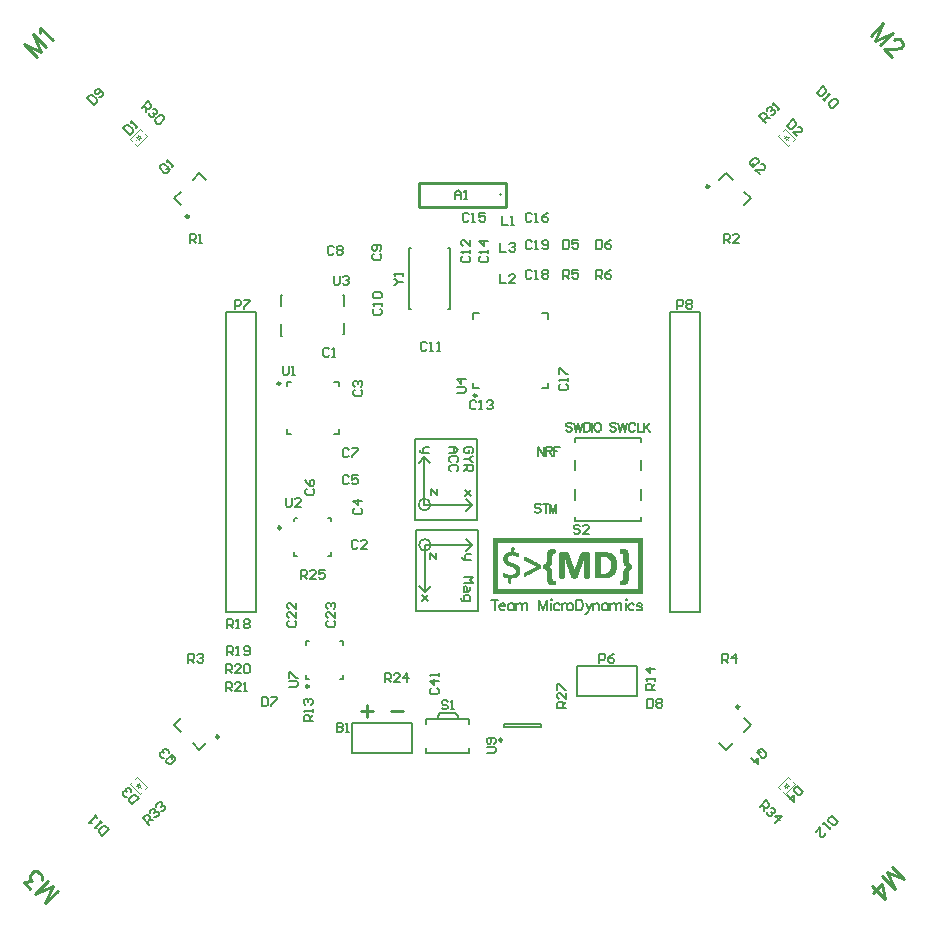
<source format=gto>
G04*
G04 #@! TF.GenerationSoftware,Altium Limited,Altium Designer,21.6.1 (37)*
G04*
G04 Layer_Color=65535*
%FSLAX24Y24*%
%MOIN*%
G70*
G04*
G04 #@! TF.SameCoordinates,4ED41DF6-4530-4611-BF79-ADCA28F4CC56*
G04*
G04*
G04 #@! TF.FilePolarity,Positive*
G04*
G01*
G75*
%ADD10C,0.0098*%
%ADD11C,0.0079*%
%ADD12C,0.0080*%
%ADD13C,0.0010*%
%ADD14C,0.0100*%
%ADD15C,0.0030*%
%ADD16C,0.0050*%
D10*
X12427Y21107D02*
G03*
X12427Y21107I-49J0D01*
G01*
X18968Y20704D02*
G03*
X18968Y20704I-49J0D01*
G01*
X13378Y11014D02*
G03*
X13378Y11014I-49J0D01*
G01*
X19821Y9228D02*
G03*
X19821Y9228I-49J0D01*
G01*
X27723Y10328D02*
G03*
X27723Y10328I-49J0D01*
G01*
X26721Y27674D02*
G03*
X26721Y27674I-49J0D01*
G01*
X9375Y26672D02*
G03*
X9375Y26672I-49J0D01*
G01*
X10377Y9326D02*
G03*
X10377Y9326I-49J0D01*
G01*
X12447Y16295D02*
G03*
X12447Y16295I-49J0D01*
G01*
D11*
X17440Y15726D02*
G03*
X17440Y15726I-195J0D01*
G01*
X12634Y19434D02*
X12791D01*
X12634D02*
Y19591D01*
X14209Y19434D02*
X14366D01*
Y19591D01*
Y21009D02*
Y21166D01*
X14209D02*
X14366D01*
X12634D02*
X12791D01*
X12634Y21009D02*
Y21166D01*
X18860Y20960D02*
X19037D01*
X18860D02*
Y21137D01*
Y23263D02*
Y23440D01*
X19037D01*
X21163D02*
X21340D01*
Y23263D02*
Y23440D01*
X21163Y20960D02*
X21340D01*
Y21137D01*
X13270Y11270D02*
X13398D01*
X13270D02*
Y11398D01*
Y12402D02*
Y12530D01*
X13398D01*
X14402D02*
X14530D01*
Y12402D02*
Y12530D01*
X14402Y11270D02*
X14530D01*
Y11398D01*
X12457Y23676D02*
Y24050D01*
X12486D01*
X12457Y22700D02*
Y23074D01*
Y22700D02*
X12486D01*
X14514Y22750D02*
X14543D01*
Y23124D01*
Y23676D02*
Y24050D01*
X14514D02*
X14543D01*
X17048Y14344D02*
X17241Y14151D01*
X17437Y14348D01*
X17241Y14151D02*
Y15730D01*
X18622Y15533D02*
X18819Y15730D01*
X18626Y15922D02*
X18819Y15730D01*
X17241D02*
X18819D01*
X16933Y13529D02*
Y16222D01*
Y13529D02*
X19004D01*
Y16222D01*
X16933D02*
X19004D01*
X16800Y8800D02*
Y9800D01*
X14800Y8800D02*
X16800D01*
X14800D02*
Y9800D01*
X16800D01*
X24300Y10700D02*
Y11700D01*
X22300Y10700D02*
X24300D01*
X22300D02*
Y11700D01*
X24300D01*
X19890Y9759D02*
X21110D01*
X19890Y9641D02*
X21110D01*
Y9759D01*
X19890Y9641D02*
Y9759D01*
X18089Y23576D02*
Y25624D01*
X16711Y23576D02*
Y25624D01*
X18030D02*
X18089D01*
X18030Y23576D02*
X18089D01*
X16711Y25624D02*
X16770D01*
X16711Y23576D02*
X16770D01*
X25400Y23500D02*
X26400D01*
Y13500D02*
Y23500D01*
X25400Y13500D02*
X26400D01*
X25400D02*
Y14250D01*
Y23500D01*
X11600Y13500D02*
Y22750D01*
Y23500D01*
X10600D02*
X11600D01*
X10600Y13500D02*
Y23500D01*
Y13500D02*
X11600D01*
X27277Y8888D02*
X27500Y9110D01*
X27055Y9110D02*
X27277Y8888D01*
X27890Y9500D02*
X28112Y9723D01*
X27890Y9945D02*
X28112Y9723D01*
X27890Y27500D02*
X28112Y27277D01*
X27890Y27055D02*
X28112Y27277D01*
X27277Y28112D02*
X27500Y27890D01*
X27055Y27890D02*
X27277Y28112D01*
X9500Y27890D02*
X9723Y28112D01*
X9945Y27890D01*
X8888Y27277D02*
X9110Y27500D01*
X8888Y27277D02*
X9110Y27055D01*
X8888Y9723D02*
X9110Y9500D01*
X8888Y9723D02*
X9110Y9945D01*
X9500Y9110D02*
X9723Y8888D01*
X9945Y9110D01*
X12870Y16512D02*
Y16571D01*
X12929Y16630D02*
X12988D01*
X12870Y16571D02*
X12929Y16630D01*
X14130Y16512D02*
Y16630D01*
X14012D02*
X14130D01*
X12870Y15370D02*
Y15488D01*
Y15370D02*
X12988D01*
X14130D02*
Y15488D01*
X14012Y15370D02*
X14130D01*
D12*
X17427Y17069D02*
G03*
X17427Y17069I-195J0D01*
G01*
X16928Y19250D02*
X18999D01*
Y16557D02*
Y19250D01*
X16928Y16557D02*
X18999D01*
X16928D02*
Y19250D01*
X17228Y17065D02*
Y18644D01*
Y17065D02*
X18806D01*
X18609Y17262D02*
X18806Y17065D01*
X18613Y16872D02*
X18806Y17065D01*
X17228Y18644D02*
X17424Y18447D01*
X17035Y18451D02*
X17228Y18644D01*
X22248Y19150D02*
Y19278D01*
X24452D01*
Y19150D02*
Y19278D01*
X22248Y18215D02*
Y18569D01*
Y17231D02*
Y17585D01*
Y16522D02*
Y16650D01*
Y16522D02*
X24452D01*
Y16650D01*
Y17231D02*
Y17585D01*
Y18215D02*
Y18569D01*
D13*
X19503Y14110D02*
X24497D01*
X19503Y14120D02*
X24497D01*
X19503Y14130D02*
X24497D01*
X19503Y14140D02*
X24497D01*
X19503Y14150D02*
X24497D01*
X19503Y14160D02*
X24497D01*
X19503Y14170D02*
X24497D01*
X19503Y14180D02*
X24497D01*
X19503Y14190D02*
X24497D01*
X19503Y14200D02*
X24497D01*
X19503Y14210D02*
X24497D01*
X19503Y14220D02*
X24497D01*
X19503Y14230D02*
X24497D01*
X19503Y14240D02*
X24497D01*
X19503Y14250D02*
X24497D01*
X19503Y14260D02*
X24497D01*
X24343Y14270D02*
X24497D01*
X19503D02*
X19657D01*
X24343Y14280D02*
X24497D01*
X19503D02*
X19657D01*
X24343Y14290D02*
X24497D01*
X19503D02*
X19657D01*
X24343Y14300D02*
X24497D01*
X19503D02*
X19657D01*
X24343Y14310D02*
X24497D01*
X19503D02*
X19657D01*
X24343Y14320D02*
X24497D01*
X19503D02*
X19657D01*
X24343Y14330D02*
X24497D01*
X19503D02*
X19657D01*
X24343Y14340D02*
X24497D01*
X19503D02*
X19657D01*
X24343Y14350D02*
X24497D01*
X19503D02*
X19657D01*
X24343Y14360D02*
X24497D01*
X19503D02*
X19657D01*
X24343Y14370D02*
X24497D01*
X19503D02*
X19657D01*
X24343Y14380D02*
X24497D01*
X19503D02*
X19657D01*
X24343Y14390D02*
X24497D01*
X19503D02*
X19657D01*
X24343Y14400D02*
X24497D01*
X19503D02*
X19657D01*
X24343Y14410D02*
X24497D01*
X23783D02*
X23877D01*
X21443D02*
X21537D01*
X19503D02*
X19657D01*
X24343Y14420D02*
X24497D01*
X23763D02*
X23917D01*
X21403D02*
X21557D01*
X19503D02*
X19657D01*
X24343Y14430D02*
X24497D01*
X23753D02*
X23927D01*
X21383D02*
X21567D01*
X19503D02*
X19657D01*
X24343Y14440D02*
X24497D01*
X23753D02*
X23947D01*
X21373D02*
X21567D01*
X19503D02*
X19657D01*
X24343Y14450D02*
X24497D01*
X23753D02*
X23957D01*
X21363D02*
X21567D01*
X19503D02*
X19657D01*
X24343Y14460D02*
X24497D01*
X23753D02*
X23967D01*
X21353D02*
X21567D01*
X19503D02*
X19657D01*
X24343Y14470D02*
X24497D01*
X23753D02*
X23967D01*
X21343D02*
X21567D01*
X20033D02*
X20067D01*
X19503D02*
X19657D01*
X24343Y14480D02*
X24497D01*
X23753D02*
X23977D01*
X21343D02*
X21567D01*
X20003D02*
X20087D01*
X19503D02*
X19657D01*
X24343Y14490D02*
X24497D01*
X23753D02*
X23987D01*
X21333D02*
X21567D01*
X20003D02*
X20087D01*
X19503D02*
X19657D01*
X24343Y14500D02*
X24497D01*
X23753D02*
X23987D01*
X21333D02*
X21567D01*
X20003D02*
X20087D01*
X19503D02*
X19657D01*
X24343Y14510D02*
X24497D01*
X23753D02*
X23987D01*
X21323D02*
X21567D01*
X20013D02*
X20097D01*
X19503D02*
X19657D01*
X24343Y14520D02*
X24497D01*
X23763D02*
X23997D01*
X21323D02*
X21567D01*
X20013D02*
X20097D01*
X19503D02*
X19657D01*
X24343Y14530D02*
X24497D01*
X23763D02*
X23997D01*
X21323D02*
X21557D01*
X20013D02*
X20097D01*
X19503D02*
X19657D01*
X24343Y14540D02*
X24497D01*
X23823D02*
X23997D01*
X21323D02*
X21487D01*
X20013D02*
X20097D01*
X19503D02*
X19657D01*
X24343Y14550D02*
X24497D01*
X23843D02*
X23997D01*
X21313D02*
X21477D01*
X20013D02*
X20097D01*
X19503D02*
X19657D01*
X24343Y14560D02*
X24497D01*
X23843D02*
X24007D01*
X21313D02*
X21467D01*
X20013D02*
X20097D01*
X19503D02*
X19657D01*
X24343Y14570D02*
X24497D01*
X23853D02*
X24007D01*
X21313D02*
X21467D01*
X20013D02*
X20097D01*
X19503D02*
X19657D01*
X24343Y14580D02*
X24497D01*
X23853D02*
X24007D01*
X21313D02*
X21467D01*
X20013D02*
X20097D01*
X19503D02*
X19657D01*
X24343Y14590D02*
X24497D01*
X23853D02*
X24007D01*
X21313D02*
X21467D01*
X20013D02*
X20097D01*
X19503D02*
X19657D01*
X24343Y14600D02*
X24497D01*
X23853D02*
X24007D01*
X21313D02*
X21457D01*
X20023D02*
X20097D01*
X19503D02*
X19657D01*
X24343Y14610D02*
X24497D01*
X23863D02*
X24007D01*
X21313D02*
X21457D01*
X20023D02*
X20107D01*
X19503D02*
X19657D01*
X24343Y14620D02*
X24497D01*
X23863D02*
X24007D01*
X21313D02*
X21457D01*
X20023D02*
X20107D01*
X19503D02*
X19657D01*
X24343Y14630D02*
X24497D01*
X23863D02*
X24007D01*
X22593D02*
X22677D01*
X22173D02*
X22257D01*
X21753D02*
X21837D01*
X21313D02*
X21457D01*
X20023D02*
X20107D01*
X19503D02*
X19657D01*
X24343Y14640D02*
X24497D01*
X23863D02*
X24007D01*
X22933D02*
X23287D01*
X22563D02*
X22707D01*
X22143D02*
X22287D01*
X21723D02*
X21867D01*
X21313D02*
X21457D01*
X19983D02*
X20177D01*
X19503D02*
X19657D01*
X24343Y14650D02*
X24497D01*
X23863D02*
X24007D01*
X22923D02*
X23337D01*
X22553D02*
X22717D01*
X22133D02*
X22297D01*
X21713D02*
X21877D01*
X21313D02*
X21457D01*
X19943D02*
X20217D01*
X19503D02*
X19657D01*
X24343Y14660D02*
X24497D01*
X23863D02*
X24007D01*
X22913D02*
X23377D01*
X22553D02*
X22717D01*
X22123D02*
X22297D01*
X21713D02*
X21877D01*
X21313D02*
X21457D01*
X19913D02*
X20247D01*
X19503D02*
X19657D01*
X24343Y14670D02*
X24497D01*
X23863D02*
X24007D01*
X22913D02*
X23397D01*
X22553D02*
X22717D01*
X22123D02*
X22307D01*
X21713D02*
X21877D01*
X21313D02*
X21457D01*
X19883D02*
X20267D01*
X19503D02*
X19657D01*
X24343Y14680D02*
X24497D01*
X23863D02*
X24007D01*
X22913D02*
X23427D01*
X22553D02*
X22717D01*
X22113D02*
X22307D01*
X21713D02*
X21877D01*
X21313D02*
X21457D01*
X19863D02*
X20287D01*
X19503D02*
X19657D01*
X24343Y14690D02*
X24497D01*
X23863D02*
X24007D01*
X22913D02*
X23437D01*
X22553D02*
X22717D01*
X22113D02*
X22307D01*
X21713D02*
X21877D01*
X21313D02*
X21457D01*
X19853D02*
X20297D01*
X19503D02*
X19657D01*
X24343Y14700D02*
X24497D01*
X23863D02*
X24007D01*
X22913D02*
X23457D01*
X22553D02*
X22717D01*
X22113D02*
X22317D01*
X21713D02*
X21877D01*
X21313D02*
X21457D01*
X20543D02*
X20567D01*
X19853D02*
X20317D01*
X19503D02*
X19657D01*
X24343Y14710D02*
X24497D01*
X23863D02*
X24007D01*
X22913D02*
X23477D01*
X22553D02*
X22717D01*
X22103D02*
X22317D01*
X21713D02*
X21877D01*
X21313D02*
X21457D01*
X20543D02*
X20587D01*
X19843D02*
X20327D01*
X19503D02*
X19657D01*
X24343Y14720D02*
X24497D01*
X23863D02*
X24007D01*
X22913D02*
X23487D01*
X22553D02*
X22717D01*
X22103D02*
X22327D01*
X21713D02*
X21877D01*
X21313D02*
X21457D01*
X20543D02*
X20607D01*
X19843D02*
X20337D01*
X19503D02*
X19657D01*
X24343Y14730D02*
X24497D01*
X23863D02*
X24007D01*
X22913D02*
X23497D01*
X22553D02*
X22717D01*
X22103D02*
X22327D01*
X21713D02*
X21877D01*
X21313D02*
X21457D01*
X20543D02*
X20627D01*
X20143D02*
X20347D01*
X19843D02*
X20027D01*
X19503D02*
X19657D01*
X24343Y14740D02*
X24497D01*
X23863D02*
X24007D01*
X22913D02*
X23507D01*
X22553D02*
X22717D01*
X22093D02*
X22327D01*
X21713D02*
X21877D01*
X21313D02*
X21457D01*
X20543D02*
X20647D01*
X20183D02*
X20347D01*
X19843D02*
X19977D01*
X19503D02*
X19657D01*
X24343Y14750D02*
X24497D01*
X23863D02*
X24007D01*
X22913D02*
X23517D01*
X22553D02*
X22717D01*
X22093D02*
X22337D01*
X21713D02*
X21877D01*
X21313D02*
X21457D01*
X20543D02*
X20667D01*
X20213D02*
X20357D01*
X19843D02*
X19947D01*
X19503D02*
X19657D01*
X24343Y14760D02*
X24497D01*
X23863D02*
X24007D01*
X22913D02*
X23527D01*
X22553D02*
X22717D01*
X22093D02*
X22337D01*
X21713D02*
X21877D01*
X21313D02*
X21457D01*
X20543D02*
X20687D01*
X20223D02*
X20367D01*
X19843D02*
X19927D01*
X19503D02*
X19657D01*
X24343Y14770D02*
X24497D01*
X23863D02*
X24007D01*
X22913D02*
X23537D01*
X22553D02*
X22717D01*
X22083D02*
X22337D01*
X21713D02*
X21877D01*
X21313D02*
X21457D01*
X20543D02*
X20707D01*
X20243D02*
X20367D01*
X19843D02*
X19907D01*
X19503D02*
X19657D01*
X24343Y14780D02*
X24497D01*
X23863D02*
X24007D01*
X23273D02*
X23547D01*
X22913D02*
X23077D01*
X22553D02*
X22717D01*
X22083D02*
X22347D01*
X21713D02*
X21877D01*
X21313D02*
X21457D01*
X20543D02*
X20727D01*
X20253D02*
X20377D01*
X19853D02*
X19887D01*
X19503D02*
X19657D01*
X24343Y14790D02*
X24497D01*
X23863D02*
X24007D01*
X23303D02*
X23547D01*
X22913D02*
X23077D01*
X22553D02*
X22717D01*
X22083D02*
X22347D01*
X21713D02*
X21877D01*
X21313D02*
X21457D01*
X20543D02*
X20747D01*
X20253D02*
X20377D01*
X19503D02*
X19657D01*
X24343Y14800D02*
X24497D01*
X23863D02*
X24007D01*
X23323D02*
X23557D01*
X22913D02*
X23077D01*
X22553D02*
X22717D01*
X22073D02*
X22347D01*
X21713D02*
X21877D01*
X21313D02*
X21457D01*
X20553D02*
X20767D01*
X20263D02*
X20387D01*
X19503D02*
X19657D01*
X24343Y14810D02*
X24497D01*
X23863D02*
X24017D01*
X23343D02*
X23567D01*
X22913D02*
X23077D01*
X22553D02*
X22717D01*
X22073D02*
X22357D01*
X21713D02*
X21877D01*
X21313D02*
X21457D01*
X20573D02*
X20787D01*
X20273D02*
X20387D01*
X19503D02*
X19657D01*
X24343Y14820D02*
X24497D01*
X23863D02*
X24017D01*
X23353D02*
X23567D01*
X22913D02*
X23077D01*
X22553D02*
X22717D01*
X22073D02*
X22357D01*
X21713D02*
X21877D01*
X21313D02*
X21457D01*
X20593D02*
X20807D01*
X20273D02*
X20387D01*
X19503D02*
X19657D01*
X24343Y14830D02*
X24497D01*
X23863D02*
X24017D01*
X23363D02*
X23577D01*
X22913D02*
X23077D01*
X22553D02*
X22717D01*
X22063D02*
X22357D01*
X21713D02*
X21877D01*
X21303D02*
X21457D01*
X20613D02*
X20827D01*
X20273D02*
X20387D01*
X19503D02*
X19657D01*
X24343Y14840D02*
X24497D01*
X23863D02*
X24017D01*
X23373D02*
X23577D01*
X22913D02*
X23077D01*
X22553D02*
X22717D01*
X22063D02*
X22367D01*
X21713D02*
X21877D01*
X21303D02*
X21457D01*
X20633D02*
X20847D01*
X20283D02*
X20397D01*
X19503D02*
X19657D01*
X24343Y14850D02*
X24497D01*
X23873D02*
X24017D01*
X23383D02*
X23587D01*
X22913D02*
X23077D01*
X22553D02*
X22717D01*
X22063D02*
X22367D01*
X21713D02*
X21877D01*
X21303D02*
X21457D01*
X20653D02*
X20867D01*
X20283D02*
X20397D01*
X19503D02*
X19657D01*
X24343Y14860D02*
X24497D01*
X23873D02*
X24027D01*
X23393D02*
X23587D01*
X22913D02*
X23077D01*
X22553D02*
X22717D01*
X22053D02*
X22377D01*
X21713D02*
X21877D01*
X21303D02*
X21457D01*
X20673D02*
X20887D01*
X20283D02*
X20397D01*
X19503D02*
X19657D01*
X24343Y14870D02*
X24497D01*
X23873D02*
X24027D01*
X23403D02*
X23587D01*
X22913D02*
X23077D01*
X22553D02*
X22717D01*
X22053D02*
X22377D01*
X21713D02*
X21877D01*
X21303D02*
X21447D01*
X20693D02*
X20897D01*
X20283D02*
X20397D01*
X19503D02*
X19657D01*
X24343Y14880D02*
X24497D01*
X23873D02*
X24027D01*
X23403D02*
X23597D01*
X22913D02*
X23077D01*
X22553D02*
X22717D01*
X22053D02*
X22377D01*
X21713D02*
X21877D01*
X21293D02*
X21447D01*
X20713D02*
X20917D01*
X20283D02*
X20397D01*
X19503D02*
X19657D01*
X24343Y14890D02*
X24497D01*
X23883D02*
X24037D01*
X23413D02*
X23597D01*
X22913D02*
X23077D01*
X22553D02*
X22717D01*
X22223D02*
X22387D01*
X22043D02*
X22207D01*
X21713D02*
X21877D01*
X21293D02*
X21447D01*
X20733D02*
X20947D01*
X20283D02*
X20397D01*
X19503D02*
X19657D01*
X24343Y14900D02*
X24497D01*
X23883D02*
X24037D01*
X23413D02*
X23597D01*
X22913D02*
X23077D01*
X22553D02*
X22717D01*
X22233D02*
X22387D01*
X22043D02*
X22207D01*
X21713D02*
X21877D01*
X21283D02*
X21447D01*
X20753D02*
X20957D01*
X20273D02*
X20397D01*
X19503D02*
X19657D01*
X24343Y14910D02*
X24497D01*
X23883D02*
X24047D01*
X23423D02*
X23607D01*
X22913D02*
X23077D01*
X22553D02*
X22717D01*
X22233D02*
X22387D01*
X22043D02*
X22207D01*
X21713D02*
X21877D01*
X21283D02*
X21437D01*
X20773D02*
X20977D01*
X20273D02*
X20397D01*
X19503D02*
X19657D01*
X24343Y14920D02*
X24497D01*
X23893D02*
X24057D01*
X23423D02*
X23607D01*
X22913D02*
X23077D01*
X22553D02*
X22717D01*
X22243D02*
X22397D01*
X22033D02*
X22197D01*
X21713D02*
X21877D01*
X21273D02*
X21437D01*
X20793D02*
X20997D01*
X20273D02*
X20387D01*
X19503D02*
X19657D01*
X24343Y14930D02*
X24497D01*
X23893D02*
X24067D01*
X23433D02*
X23607D01*
X22913D02*
X23077D01*
X22553D02*
X22717D01*
X22243D02*
X22397D01*
X22033D02*
X22197D01*
X21713D02*
X21877D01*
X21263D02*
X21427D01*
X20813D02*
X21017D01*
X20263D02*
X20387D01*
X19503D02*
X19657D01*
X24343Y14940D02*
X24497D01*
X23903D02*
X24077D01*
X23433D02*
X23607D01*
X22913D02*
X23077D01*
X22553D02*
X22717D01*
X22243D02*
X22397D01*
X22033D02*
X22197D01*
X21713D02*
X21877D01*
X21243D02*
X21427D01*
X20833D02*
X21037D01*
X20253D02*
X20387D01*
X19503D02*
X19657D01*
X24343Y14950D02*
X24497D01*
X23913D02*
X24107D01*
X23433D02*
X23617D01*
X22913D02*
X23077D01*
X22553D02*
X22717D01*
X22253D02*
X22407D01*
X22023D02*
X22187D01*
X21713D02*
X21877D01*
X21213D02*
X21417D01*
X20863D02*
X21057D01*
X20243D02*
X20387D01*
X19503D02*
X19657D01*
X24343Y14960D02*
X24497D01*
X23913D02*
X24127D01*
X23433D02*
X23617D01*
X22913D02*
X23077D01*
X22553D02*
X22717D01*
X22253D02*
X22407D01*
X22023D02*
X22187D01*
X21713D02*
X21877D01*
X21203D02*
X21407D01*
X20883D02*
X21077D01*
X20233D02*
X20377D01*
X19503D02*
X19657D01*
X24343Y14970D02*
X24497D01*
X23923D02*
X24127D01*
X23443D02*
X23617D01*
X22913D02*
X23077D01*
X22553D02*
X22717D01*
X22253D02*
X22407D01*
X22013D02*
X22187D01*
X21713D02*
X21877D01*
X21193D02*
X21397D01*
X20903D02*
X21097D01*
X20223D02*
X20377D01*
X19503D02*
X19657D01*
X24343Y14980D02*
X24497D01*
X23933D02*
X24127D01*
X23443D02*
X23617D01*
X22913D02*
X23077D01*
X22553D02*
X22717D01*
X22263D02*
X22417D01*
X22013D02*
X22177D01*
X21713D02*
X21877D01*
X21193D02*
X21387D01*
X20923D02*
X21097D01*
X20213D02*
X20367D01*
X19503D02*
X19657D01*
X24343Y14990D02*
X24497D01*
X23943D02*
X24127D01*
X23443D02*
X23617D01*
X22913D02*
X23077D01*
X22553D02*
X22717D01*
X22263D02*
X22417D01*
X22013D02*
X22177D01*
X21713D02*
X21877D01*
X21193D02*
X21377D01*
X20943D02*
X21097D01*
X20193D02*
X20367D01*
X19503D02*
X19657D01*
X24343Y15000D02*
X24497D01*
X23963D02*
X24127D01*
X23443D02*
X23617D01*
X22913D02*
X23077D01*
X22553D02*
X22717D01*
X22273D02*
X22417D01*
X22003D02*
X22167D01*
X21713D02*
X21877D01*
X21193D02*
X21357D01*
X20963D02*
X21097D01*
X20173D02*
X20357D01*
X19503D02*
X19657D01*
X24343Y15010D02*
X24497D01*
X23983D02*
X24127D01*
X23443D02*
X23617D01*
X22913D02*
X23077D01*
X22553D02*
X22717D01*
X22273D02*
X22427D01*
X22003D02*
X22167D01*
X21713D02*
X21877D01*
X21193D02*
X21327D01*
X20983D02*
X21097D01*
X20143D02*
X20347D01*
X19503D02*
X19657D01*
X24343Y15020D02*
X24497D01*
X23973D02*
X24127D01*
X23443D02*
X23617D01*
X22913D02*
X23077D01*
X22553D02*
X22717D01*
X22273D02*
X22427D01*
X22003D02*
X22167D01*
X21713D02*
X21877D01*
X21193D02*
X21347D01*
X20983D02*
X21097D01*
X20123D02*
X20347D01*
X19503D02*
X19657D01*
X24343Y15030D02*
X24497D01*
X23953D02*
X24127D01*
X23443D02*
X23617D01*
X22913D02*
X23077D01*
X22553D02*
X22717D01*
X22283D02*
X22437D01*
X21993D02*
X22157D01*
X21713D02*
X21877D01*
X21193D02*
X21367D01*
X20963D02*
X21097D01*
X20093D02*
X20337D01*
X19503D02*
X19657D01*
X24343Y15040D02*
X24497D01*
X23933D02*
X24127D01*
X23443D02*
X23627D01*
X22913D02*
X23077D01*
X22553D02*
X22717D01*
X22283D02*
X22437D01*
X21993D02*
X22157D01*
X21713D02*
X21877D01*
X21193D02*
X21387D01*
X20943D02*
X21097D01*
X20063D02*
X20327D01*
X19503D02*
X19657D01*
X24343Y15050D02*
X24497D01*
X23913D02*
X24127D01*
X23443D02*
X23627D01*
X22913D02*
X23077D01*
X22553D02*
X22717D01*
X22283D02*
X22437D01*
X21993D02*
X22157D01*
X21713D02*
X21877D01*
X21193D02*
X21397D01*
X20923D02*
X21097D01*
X20043D02*
X20307D01*
X19503D02*
X19657D01*
X24343Y15060D02*
X24497D01*
X23903D02*
X24127D01*
X23443D02*
X23627D01*
X22913D02*
X23077D01*
X22553D02*
X22717D01*
X22293D02*
X22447D01*
X21983D02*
X22147D01*
X21713D02*
X21877D01*
X21193D02*
X21407D01*
X20903D02*
X21097D01*
X20013D02*
X20297D01*
X19503D02*
X19657D01*
X24343Y15070D02*
X24497D01*
X23893D02*
X24117D01*
X23453D02*
X23627D01*
X22913D02*
X23077D01*
X22553D02*
X22717D01*
X22293D02*
X22447D01*
X21983D02*
X22147D01*
X21713D02*
X21877D01*
X21203D02*
X21417D01*
X20883D02*
X21077D01*
X19993D02*
X20277D01*
X19503D02*
X19657D01*
X24343Y15080D02*
X24497D01*
X23893D02*
X24097D01*
X23443D02*
X23627D01*
X22913D02*
X23077D01*
X22553D02*
X22717D01*
X22303D02*
X22447D01*
X21983D02*
X22147D01*
X21713D02*
X21877D01*
X21223D02*
X21417D01*
X20863D02*
X21057D01*
X19973D02*
X20257D01*
X19503D02*
X19657D01*
X24343Y15090D02*
X24497D01*
X23883D02*
X24067D01*
X23443D02*
X23627D01*
X22913D02*
X23077D01*
X22553D02*
X22717D01*
X22303D02*
X22457D01*
X21973D02*
X22137D01*
X21713D02*
X21877D01*
X21253D02*
X21427D01*
X20843D02*
X21037D01*
X19963D02*
X20237D01*
X19503D02*
X19657D01*
X24343Y15100D02*
X24497D01*
X23883D02*
X24047D01*
X23443D02*
X23627D01*
X22913D02*
X23077D01*
X22553D02*
X22717D01*
X22303D02*
X22457D01*
X21973D02*
X22137D01*
X21713D02*
X21877D01*
X21263D02*
X21437D01*
X20823D02*
X21017D01*
X19943D02*
X20207D01*
X19503D02*
X19657D01*
X24343Y15110D02*
X24497D01*
X23873D02*
X24037D01*
X23443D02*
X23627D01*
X22913D02*
X23077D01*
X22553D02*
X22717D01*
X22313D02*
X22457D01*
X21973D02*
X22127D01*
X21713D02*
X21877D01*
X21273D02*
X21437D01*
X20803D02*
X20997D01*
X19933D02*
X20187D01*
X19503D02*
X19657D01*
X24343Y15120D02*
X24497D01*
X23873D02*
X24027D01*
X23443D02*
X23617D01*
X22913D02*
X23077D01*
X22553D02*
X22717D01*
X22313D02*
X22467D01*
X21963D02*
X22127D01*
X21713D02*
X21877D01*
X21283D02*
X21437D01*
X20783D02*
X20977D01*
X19923D02*
X20157D01*
X19503D02*
X19657D01*
X24343Y15130D02*
X24497D01*
X23873D02*
X24017D01*
X23443D02*
X23617D01*
X22913D02*
X23077D01*
X22553D02*
X22717D01*
X22313D02*
X22467D01*
X21963D02*
X22127D01*
X21713D02*
X21877D01*
X21293D02*
X21447D01*
X20753D02*
X20957D01*
X19913D02*
X20127D01*
X19503D02*
X19657D01*
X24343Y15140D02*
X24497D01*
X23863D02*
X24017D01*
X23443D02*
X23617D01*
X22913D02*
X23077D01*
X22553D02*
X22717D01*
X22323D02*
X22467D01*
X21963D02*
X22117D01*
X21713D02*
X21877D01*
X21293D02*
X21447D01*
X20733D02*
X20937D01*
X19903D02*
X20097D01*
X19503D02*
X19657D01*
X24343Y15150D02*
X24497D01*
X23863D02*
X24017D01*
X23443D02*
X23617D01*
X22913D02*
X23077D01*
X22553D02*
X22717D01*
X22323D02*
X22477D01*
X21953D02*
X22117D01*
X21713D02*
X21877D01*
X21293D02*
X21447D01*
X20713D02*
X20917D01*
X19893D02*
X20077D01*
X19503D02*
X19657D01*
X24343Y15160D02*
X24497D01*
X23863D02*
X24017D01*
X23443D02*
X23617D01*
X22913D02*
X23077D01*
X22553D02*
X22717D01*
X22333D02*
X22477D01*
X21953D02*
X22117D01*
X21713D02*
X21877D01*
X21303D02*
X21457D01*
X20693D02*
X20897D01*
X19893D02*
X20057D01*
X19503D02*
X19657D01*
X24343Y15170D02*
X24497D01*
X23863D02*
X24017D01*
X23433D02*
X23617D01*
X22913D02*
X23077D01*
X22553D02*
X22717D01*
X22333D02*
X22487D01*
X21953D02*
X22107D01*
X21713D02*
X21877D01*
X21303D02*
X21457D01*
X20673D02*
X20877D01*
X19883D02*
X20037D01*
X19503D02*
X19657D01*
X24343Y15180D02*
X24497D01*
X23863D02*
X24007D01*
X23433D02*
X23617D01*
X22913D02*
X23077D01*
X22553D02*
X22717D01*
X22333D02*
X22487D01*
X21943D02*
X22107D01*
X21713D02*
X21877D01*
X21303D02*
X21457D01*
X20653D02*
X20857D01*
X19883D02*
X20027D01*
X19503D02*
X19657D01*
X24343Y15190D02*
X24497D01*
X23863D02*
X24007D01*
X23433D02*
X23617D01*
X22913D02*
X23077D01*
X22553D02*
X22717D01*
X22343D02*
X22487D01*
X21943D02*
X22107D01*
X21713D02*
X21877D01*
X21303D02*
X21457D01*
X20633D02*
X20837D01*
X19873D02*
X20017D01*
X19503D02*
X19657D01*
X24343Y15200D02*
X24497D01*
X23863D02*
X24007D01*
X23433D02*
X23607D01*
X22913D02*
X23077D01*
X22553D02*
X22717D01*
X22343D02*
X22497D01*
X21943D02*
X22097D01*
X21713D02*
X21877D01*
X21303D02*
X21457D01*
X20613D02*
X20817D01*
X19873D02*
X20007D01*
X19503D02*
X19657D01*
X24343Y15210D02*
X24497D01*
X23863D02*
X24007D01*
X23423D02*
X23607D01*
X22913D02*
X23077D01*
X22553D02*
X22717D01*
X22343D02*
X22497D01*
X21933D02*
X22097D01*
X21713D02*
X21877D01*
X21313D02*
X21457D01*
X20593D02*
X20807D01*
X19873D02*
X19997D01*
X19503D02*
X19657D01*
X24343Y15220D02*
X24497D01*
X23863D02*
X24007D01*
X23423D02*
X23607D01*
X22913D02*
X23077D01*
X22553D02*
X22717D01*
X22353D02*
X22497D01*
X21933D02*
X22087D01*
X21713D02*
X21877D01*
X21313D02*
X21457D01*
X20573D02*
X20787D01*
X19863D02*
X19987D01*
X19503D02*
X19657D01*
X24343Y15230D02*
X24497D01*
X23863D02*
X24007D01*
X23413D02*
X23607D01*
X22913D02*
X23077D01*
X22553D02*
X22717D01*
X22353D02*
X22507D01*
X21933D02*
X22087D01*
X21713D02*
X21877D01*
X21313D02*
X21457D01*
X20553D02*
X20767D01*
X19863D02*
X19977D01*
X19503D02*
X19657D01*
X24343Y15240D02*
X24497D01*
X23863D02*
X24007D01*
X23413D02*
X23597D01*
X22913D02*
X23077D01*
X22553D02*
X22717D01*
X22363D02*
X22507D01*
X21923D02*
X22087D01*
X21713D02*
X21877D01*
X21313D02*
X21457D01*
X20543D02*
X20747D01*
X19863D02*
X19977D01*
X19503D02*
X19657D01*
X24343Y15250D02*
X24497D01*
X23863D02*
X24007D01*
X23403D02*
X23597D01*
X22913D02*
X23077D01*
X22553D02*
X22717D01*
X22363D02*
X22507D01*
X21923D02*
X22077D01*
X21713D02*
X21877D01*
X21313D02*
X21457D01*
X20543D02*
X20727D01*
X19863D02*
X19977D01*
X19503D02*
X19657D01*
X24343Y15260D02*
X24497D01*
X23863D02*
X24007D01*
X23403D02*
X23597D01*
X22913D02*
X23077D01*
X22553D02*
X22717D01*
X22363D02*
X22517D01*
X21923D02*
X22077D01*
X21713D02*
X21877D01*
X21313D02*
X21457D01*
X20543D02*
X20707D01*
X19863D02*
X19977D01*
X19503D02*
X19657D01*
X24343Y15270D02*
X24497D01*
X23863D02*
X24007D01*
X23393D02*
X23587D01*
X22913D02*
X23077D01*
X22553D02*
X22717D01*
X22373D02*
X22517D01*
X21913D02*
X22077D01*
X21713D02*
X21877D01*
X21313D02*
X21457D01*
X20543D02*
X20687D01*
X19863D02*
X19967D01*
X19503D02*
X19657D01*
X24343Y15280D02*
X24497D01*
X23863D02*
X24007D01*
X23383D02*
X23587D01*
X22913D02*
X23077D01*
X22553D02*
X22717D01*
X22373D02*
X22517D01*
X21913D02*
X22067D01*
X21713D02*
X21877D01*
X21313D02*
X21457D01*
X20543D02*
X20667D01*
X19863D02*
X19967D01*
X19503D02*
X19657D01*
X24343Y15290D02*
X24497D01*
X23863D02*
X24007D01*
X23373D02*
X23577D01*
X22913D02*
X23077D01*
X22553D02*
X22717D01*
X22373D02*
X22527D01*
X21903D02*
X22067D01*
X21713D02*
X21877D01*
X21313D02*
X21457D01*
X20543D02*
X20647D01*
X19863D02*
X19967D01*
X19503D02*
X19657D01*
X24343Y15300D02*
X24497D01*
X23863D02*
X24007D01*
X23363D02*
X23577D01*
X22913D02*
X23077D01*
X22553D02*
X22717D01*
X22383D02*
X22527D01*
X21903D02*
X22067D01*
X21713D02*
X21877D01*
X21313D02*
X21457D01*
X20543D02*
X20627D01*
X19863D02*
X19977D01*
X19503D02*
X19657D01*
X24343Y15310D02*
X24497D01*
X23863D02*
X24007D01*
X23353D02*
X23567D01*
X22913D02*
X23077D01*
X22553D02*
X22717D01*
X22383D02*
X22537D01*
X21903D02*
X22057D01*
X21713D02*
X21877D01*
X21313D02*
X21457D01*
X20543D02*
X20607D01*
X19863D02*
X19977D01*
X19503D02*
X19657D01*
X24343Y15320D02*
X24497D01*
X23863D02*
X24007D01*
X23333D02*
X23567D01*
X22913D02*
X23077D01*
X22553D02*
X22717D01*
X22393D02*
X22537D01*
X21893D02*
X22057D01*
X21713D02*
X21877D01*
X21313D02*
X21457D01*
X20543D02*
X20587D01*
X19863D02*
X19977D01*
X19503D02*
X19657D01*
X24343Y15330D02*
X24497D01*
X23863D02*
X24007D01*
X23313D02*
X23557D01*
X22913D02*
X23077D01*
X22553D02*
X22717D01*
X22393D02*
X22537D01*
X21893D02*
X22047D01*
X21713D02*
X21877D01*
X21313D02*
X21457D01*
X20543D02*
X20567D01*
X19873D02*
X19977D01*
X19503D02*
X19657D01*
X24343Y15340D02*
X24497D01*
X23863D02*
X24007D01*
X23293D02*
X23547D01*
X22913D02*
X23077D01*
X22393D02*
X22717D01*
X21893D02*
X22047D01*
X21713D02*
X21877D01*
X21313D02*
X21457D01*
X19873D02*
X19987D01*
X19503D02*
X19657D01*
X24343Y15350D02*
X24497D01*
X23863D02*
X24007D01*
X23253D02*
X23547D01*
X22913D02*
X23077D01*
X22403D02*
X22717D01*
X21713D02*
X22047D01*
X21313D02*
X21457D01*
X20323D02*
X20337D01*
X19873D02*
X19987D01*
X19503D02*
X19657D01*
X24343Y15360D02*
X24497D01*
X23863D02*
X24007D01*
X22913D02*
X23537D01*
X22403D02*
X22717D01*
X21713D02*
X22037D01*
X21313D02*
X21457D01*
X20303D02*
X20337D01*
X19883D02*
X19997D01*
X19503D02*
X19657D01*
X24343Y15370D02*
X24497D01*
X23863D02*
X24007D01*
X22913D02*
X23527D01*
X22403D02*
X22717D01*
X21713D02*
X22037D01*
X21313D02*
X21457D01*
X20283D02*
X20347D01*
X19883D02*
X20007D01*
X19503D02*
X19657D01*
X24343Y15380D02*
X24497D01*
X23863D02*
X24007D01*
X22913D02*
X23517D01*
X22413D02*
X22717D01*
X21713D02*
X22037D01*
X21313D02*
X21457D01*
X20253D02*
X20347D01*
X19893D02*
X20027D01*
X19503D02*
X19657D01*
X24343Y15390D02*
X24497D01*
X23863D02*
X24007D01*
X22913D02*
X23507D01*
X22413D02*
X22717D01*
X21713D02*
X22027D01*
X21313D02*
X21457D01*
X20223D02*
X20347D01*
X19893D02*
X20057D01*
X19503D02*
X19657D01*
X24343Y15400D02*
X24497D01*
X23853D02*
X24007D01*
X22913D02*
X23497D01*
X22423D02*
X22717D01*
X21713D02*
X22027D01*
X21313D02*
X21467D01*
X20173D02*
X20347D01*
X19903D02*
X20107D01*
X19503D02*
X19657D01*
X24343Y15410D02*
X24497D01*
X23853D02*
X24007D01*
X22913D02*
X23487D01*
X22423D02*
X22717D01*
X21713D02*
X22027D01*
X21313D02*
X21467D01*
X19913D02*
X20347D01*
X19503D02*
X19657D01*
X24343Y15420D02*
X24497D01*
X23853D02*
X24007D01*
X22913D02*
X23467D01*
X22423D02*
X22717D01*
X21713D02*
X22017D01*
X21313D02*
X21467D01*
X19923D02*
X20347D01*
X19503D02*
X19657D01*
X24343Y15430D02*
X24497D01*
X23853D02*
X24007D01*
X22913D02*
X23457D01*
X22433D02*
X22717D01*
X21713D02*
X22017D01*
X21313D02*
X21467D01*
X19933D02*
X20337D01*
X19503D02*
X19657D01*
X24343Y15440D02*
X24497D01*
X23843D02*
X24007D01*
X22913D02*
X23437D01*
X22433D02*
X22717D01*
X21723D02*
X22007D01*
X21313D02*
X21477D01*
X19943D02*
X20337D01*
X19503D02*
X19657D01*
X24343Y15450D02*
X24497D01*
X23843D02*
X23997D01*
X22913D02*
X23417D01*
X22443D02*
X22717D01*
X21723D02*
X22007D01*
X21323D02*
X21487D01*
X19953D02*
X20327D01*
X19503D02*
X19657D01*
X24343Y15460D02*
X24497D01*
X23823D02*
X23997D01*
X22913D02*
X23397D01*
X22443D02*
X22707D01*
X21723D02*
X21997D01*
X21323D02*
X21507D01*
X19973D02*
X20307D01*
X19503D02*
X19657D01*
X24343Y15470D02*
X24497D01*
X23763D02*
X23997D01*
X22923D02*
X23367D01*
X22453D02*
X22707D01*
X21733D02*
X21987D01*
X21323D02*
X21557D01*
X19993D02*
X20287D01*
X19503D02*
X19657D01*
X24343Y15480D02*
X24497D01*
X23753D02*
X23997D01*
X22923D02*
X23327D01*
X22473D02*
X22697D01*
X21743D02*
X21967D01*
X21323D02*
X21567D01*
X20023D02*
X20247D01*
X19503D02*
X19657D01*
X24343Y15490D02*
X24497D01*
X23753D02*
X23987D01*
X22943D02*
X23267D01*
X22493D02*
X22677D01*
X21753D02*
X21937D01*
X21333D02*
X21567D01*
X20073D02*
X20207D01*
X19503D02*
X19657D01*
X24343Y15500D02*
X24497D01*
X23753D02*
X23987D01*
X21333D02*
X21567D01*
X20113D02*
X20197D01*
X19503D02*
X19657D01*
X24343Y15510D02*
X24497D01*
X23753D02*
X23987D01*
X21333D02*
X21567D01*
X20113D02*
X20197D01*
X19503D02*
X19657D01*
X24343Y15520D02*
X24497D01*
X23753D02*
X23977D01*
X21343D02*
X21567D01*
X20113D02*
X20197D01*
X19503D02*
X19657D01*
X24343Y15530D02*
X24497D01*
X23753D02*
X23967D01*
X21353D02*
X21567D01*
X20113D02*
X20197D01*
X19503D02*
X19657D01*
X24343Y15540D02*
X24497D01*
X23753D02*
X23967D01*
X21353D02*
X21567D01*
X20113D02*
X20197D01*
X19503D02*
X19657D01*
X24343Y15550D02*
X24497D01*
X23753D02*
X23957D01*
X21363D02*
X21567D01*
X20113D02*
X20197D01*
X19503D02*
X19657D01*
X24343Y15560D02*
X24497D01*
X23753D02*
X23937D01*
X21383D02*
X21567D01*
X20113D02*
X20197D01*
X19503D02*
X19657D01*
X24343Y15570D02*
X24497D01*
X23753D02*
X23927D01*
X21393D02*
X21567D01*
X20113D02*
X20197D01*
X19503D02*
X19657D01*
X24343Y15580D02*
X24497D01*
X23763D02*
X23907D01*
X21413D02*
X21557D01*
X20123D02*
X20207D01*
X19503D02*
X19657D01*
X24343Y15590D02*
X24497D01*
X23813D02*
X23857D01*
X21463D02*
X21497D01*
X20123D02*
X20207D01*
X19503D02*
X19657D01*
X24343Y15600D02*
X24497D01*
X20123D02*
X20207D01*
X19503D02*
X19657D01*
X24343Y15610D02*
X24497D01*
X20123D02*
X20207D01*
X19503D02*
X19657D01*
X24343Y15620D02*
X24497D01*
X20123D02*
X20207D01*
X19503D02*
X19657D01*
X24343Y15630D02*
X24497D01*
X20123D02*
X20207D01*
X19503D02*
X19657D01*
X24343Y15640D02*
X24497D01*
X20133D02*
X20197D01*
X19503D02*
X19657D01*
X24343Y15650D02*
X24497D01*
X19503D02*
X19657D01*
X24343Y15660D02*
X24497D01*
X19503D02*
X19657D01*
X24343Y15670D02*
X24497D01*
X19503D02*
X19657D01*
X24343Y15680D02*
X24497D01*
X19503D02*
X19657D01*
X24343Y15690D02*
X24497D01*
X19503D02*
X19657D01*
X24343Y15700D02*
X24497D01*
X19503D02*
X19657D01*
X24343Y15710D02*
X24497D01*
X19503D02*
X19657D01*
X24343Y15720D02*
X24497D01*
X19503D02*
X19657D01*
X24343Y15730D02*
X24497D01*
X19503D02*
X19657D01*
X24343Y15740D02*
X24497D01*
X19503D02*
X19657D01*
X24343Y15750D02*
X24497D01*
X19503D02*
X19657D01*
X24343Y15760D02*
X24497D01*
X19503D02*
X19657D01*
X24343Y15770D02*
X24497D01*
X19503D02*
X19657D01*
X24343Y15780D02*
X24497D01*
X19503D02*
X19657D01*
X24343Y15790D02*
X24497D01*
X19503D02*
X19657D01*
X24343Y15800D02*
X24497D01*
X19503D02*
X19657D01*
X24343Y15810D02*
X24497D01*
X19503D02*
X19657D01*
X19503Y15820D02*
X24497D01*
X19503Y15830D02*
X24497D01*
X19503Y15840D02*
X24497D01*
X19503Y15850D02*
X24497D01*
X19503Y15860D02*
X24497D01*
X19503Y15870D02*
X24497D01*
X19503Y15880D02*
X24497D01*
X19503Y15890D02*
X24497D01*
X19503Y15900D02*
X24497D01*
X19503Y15910D02*
X24497D01*
X19503Y15920D02*
X24497D01*
X19503Y15930D02*
X24497D01*
X19503Y15940D02*
X24497D01*
X19503Y15950D02*
X24497D01*
X19503Y15960D02*
X24497D01*
X19503Y15970D02*
X24497D01*
X7710Y7779D02*
X7740Y7665D01*
X29260Y29335D02*
X29290Y29221D01*
X7621Y29310D02*
X7735Y29340D01*
X29265Y7660D02*
X29379Y7690D01*
X18707Y8781D02*
X18711D01*
X17289Y9915D02*
X17644Y9915D01*
X18195Y9915D02*
X18333Y9915D01*
X17671Y9915D02*
X18329D01*
X18333Y10029D02*
Y10029D01*
X17671Y10025D02*
Y10029D01*
D14*
X16100Y10200D02*
X16500D01*
X15300Y10000D02*
Y10400D01*
X15100Y10200D02*
X15500D01*
X19749Y27408D02*
X19761D01*
X19940Y27000D02*
Y27800D01*
X17040D02*
X19940D01*
X17040Y27000D02*
Y27800D01*
Y27000D02*
X19940D01*
X3876Y32424D02*
X4300Y32000D01*
X3876Y32424D02*
X4462Y32162D01*
X4199Y32747D02*
X4462Y32162D01*
X4199Y32747D02*
X4623Y32323D01*
X4401Y32788D02*
X4421Y32848D01*
X4421Y32970D01*
X4845Y32545D01*
X32524Y33124D02*
X32100Y32700D01*
X32524Y33124D02*
X32262Y32538D01*
X32847Y32801D02*
X32262Y32538D01*
X32847Y32801D02*
X32423Y32377D01*
X32888Y32559D02*
X32908Y32579D01*
X32969Y32599D01*
X33009D01*
X33070Y32579D01*
X33150Y32498D01*
X33171Y32437D01*
X33171Y32397D01*
X33150Y32336D01*
X33110Y32296D01*
X33049Y32276D01*
X32948Y32256D01*
X32544D01*
X32827Y31973D01*
X4576Y3776D02*
X5000Y4200D01*
X4576Y3776D02*
X4838Y4362D01*
X4253Y4099D02*
X4838Y4362D01*
X4253Y4099D02*
X4677Y4523D01*
X4091Y4261D02*
X3869Y4483D01*
X4152Y4523D01*
X4091Y4584D01*
X4071Y4644D01*
X4071Y4685D01*
X4111Y4766D01*
X4152Y4806D01*
X4232Y4846D01*
X4313D01*
X4394Y4806D01*
X4455Y4745D01*
X4495Y4665D01*
Y4624D01*
X4475Y4564D01*
X33224Y4576D02*
X32800Y5000D01*
X33224Y4576D02*
X32638Y4838D01*
X32901Y4253D02*
X32638Y4838D01*
X32901Y4253D02*
X32477Y4677D01*
X32578Y3929D02*
X32497Y4414D01*
X32194Y4111D01*
X32578Y3929D02*
X32154Y4354D01*
D15*
X7588Y7925D02*
X7643Y7980D01*
X7922Y7591D02*
X7977Y7646D01*
X7643Y7980D02*
X7977Y7646D01*
X7623Y7693D02*
X7710Y7779D01*
X7623Y7693D02*
X7740Y7665D01*
X7710Y7779D02*
X7740Y7665D01*
X7696Y7621D02*
X7782Y7707D01*
X7740Y7665D02*
X7768Y7637D01*
X7635Y7771D02*
X7668Y7738D01*
X7420Y7754D02*
X7754Y7420D01*
X7420Y7754D02*
X7475Y7809D01*
X7754Y7420D02*
X7809Y7475D01*
X29191Y29525D02*
X29246Y29580D01*
X29525Y29191D02*
X29580Y29246D01*
X29246Y29580D02*
X29580Y29246D01*
X29332Y29262D02*
X29365Y29229D01*
X29232Y29363D02*
X29260Y29335D01*
X29218Y29293D02*
X29304Y29379D01*
X29260Y29335D02*
X29290Y29221D01*
X29260Y29335D02*
X29377Y29307D01*
X29290Y29221D02*
X29377Y29307D01*
X29023Y29354D02*
X29357Y29020D01*
X29023Y29354D02*
X29078Y29409D01*
X29357Y29020D02*
X29412Y29075D01*
X7420Y29243D02*
X7475Y29188D01*
X7754Y29577D02*
X7809Y29522D01*
X7420Y29243D02*
X7754Y29577D01*
X7621Y29310D02*
X7707Y29223D01*
X7735Y29340D01*
X7621Y29310D02*
X7735Y29340D01*
X7693Y29382D02*
X7779Y29296D01*
X7735Y29340D02*
X7763Y29368D01*
X7629Y29235D02*
X7662Y29268D01*
X7646Y29020D02*
X7980Y29354D01*
X7591Y29075D02*
X7646Y29020D01*
X7925Y29409D02*
X7980Y29354D01*
X29020Y7646D02*
X29075Y7591D01*
X29354Y7980D02*
X29409Y7925D01*
X29020Y7646D02*
X29354Y7980D01*
X29338Y7732D02*
X29371Y7765D01*
X29237Y7632D02*
X29265Y7660D01*
X29221Y7704D02*
X29307Y7618D01*
X29265Y7660D02*
X29379Y7690D01*
X29265Y7660D02*
X29293Y7777D01*
X29379Y7690D01*
X29246Y7423D02*
X29580Y7757D01*
X29191Y7478D02*
X29246Y7423D01*
X29525Y7812D02*
X29580Y7757D01*
D16*
X18707Y9750D02*
X18707Y9915D01*
X18711Y8781D02*
X18711Y8950D01*
X17289Y8948D02*
X17289Y8781D01*
X17289Y9748D02*
Y9915D01*
X17289Y8781D02*
X18707D01*
X17289Y9915D02*
X18707Y9915D01*
X17754Y10139D02*
X18242D01*
X18333Y9915D02*
Y10029D01*
X17671Y9915D02*
X17671Y10029D01*
X17671Y10029D02*
X17754Y10139D01*
X18242D02*
X18333Y10029D01*
X17350Y14050D02*
X17150Y13850D01*
X17250Y13950D01*
X17350Y13850D01*
X17150Y14050D01*
X17623Y15443D02*
Y15243D01*
X17423Y15443D01*
Y15243D01*
X18548Y14663D02*
X18848D01*
X18748Y14563D01*
X18848Y14463D01*
X18548D01*
X18748Y14313D02*
Y14213D01*
X18698Y14163D01*
X18548D01*
Y14313D01*
X18598Y14363D01*
X18648Y14313D01*
Y14163D01*
X18448Y13963D02*
Y13913D01*
X18498Y13863D01*
X18748D01*
Y14013D01*
X18698Y14063D01*
X18598D01*
X18548Y14013D01*
Y13863D01*
X18787Y15424D02*
X18637D01*
X18587Y15374D01*
Y15224D01*
X18537D01*
X18487Y15274D01*
Y15324D01*
X18587Y15224D02*
X18787D01*
X17392Y18975D02*
X17242D01*
X17192Y18925D01*
Y18775D01*
X17142D01*
X17092Y18825D01*
Y18875D01*
X17192Y18775D02*
X17392D01*
X18808D02*
X18858Y18825D01*
Y18925D01*
X18808Y18975D01*
X18608D01*
X18558Y18925D01*
Y18825D01*
X18608Y18775D01*
X18708D01*
Y18875D01*
X18858Y18675D02*
X18808D01*
X18708Y18575D01*
X18808Y18475D01*
X18858D01*
X18708Y18575D02*
X18558D01*
Y18375D02*
X18858D01*
Y18225D01*
X18808Y18175D01*
X18708D01*
X18658Y18225D01*
Y18375D01*
Y18275D02*
X18558Y18175D01*
X18058Y18987D02*
X18258D01*
X18358Y18887D01*
X18258Y18787D01*
X18058D01*
X18208D01*
Y18987D01*
X18308Y18487D02*
X18358Y18537D01*
Y18637D01*
X18308Y18687D01*
X18108D01*
X18058Y18637D01*
Y18537D01*
X18108Y18487D01*
X18308Y18187D02*
X18358Y18237D01*
Y18337D01*
X18308Y18387D01*
X18108D01*
X18058Y18337D01*
Y18237D01*
X18108Y18187D01*
X18774Y17561D02*
X18574Y17361D01*
X18674Y17461D01*
X18774Y17361D01*
X18574Y17561D01*
X17644Y17581D02*
Y17381D01*
X17444Y17581D01*
Y17381D01*
X19567Y13900D02*
Y13550D01*
X19450Y13900D02*
X19683D01*
X19725Y13683D02*
X19925D01*
Y13717D01*
X19908Y13750D01*
X19892Y13767D01*
X19858Y13783D01*
X19808D01*
X19775Y13767D01*
X19742Y13733D01*
X19725Y13683D01*
Y13650D01*
X19742Y13600D01*
X19775Y13567D01*
X19808Y13550D01*
X19858D01*
X19892Y13567D01*
X19925Y13600D01*
X20200Y13783D02*
Y13550D01*
Y13733D02*
X20167Y13767D01*
X20133Y13783D01*
X20083D01*
X20050Y13767D01*
X20017Y13733D01*
X20000Y13683D01*
Y13650D01*
X20017Y13600D01*
X20050Y13567D01*
X20083Y13550D01*
X20133D01*
X20167Y13567D01*
X20200Y13600D01*
X20293Y13783D02*
Y13550D01*
Y13717D02*
X20343Y13767D01*
X20376Y13783D01*
X20426D01*
X20460Y13767D01*
X20476Y13717D01*
Y13550D01*
Y13717D02*
X20526Y13767D01*
X20560Y13783D01*
X20610D01*
X20643Y13767D01*
X20660Y13717D01*
Y13550D01*
X21045Y13900D02*
Y13550D01*
Y13900D02*
X21178Y13550D01*
X21311Y13900D02*
X21178Y13550D01*
X21311Y13900D02*
Y13550D01*
X21445Y13900D02*
X21461Y13883D01*
X21478Y13900D01*
X21461Y13917D01*
X21445Y13900D01*
X21461Y13783D02*
Y13550D01*
X21740Y13733D02*
X21706Y13767D01*
X21673Y13783D01*
X21623D01*
X21590Y13767D01*
X21556Y13733D01*
X21540Y13683D01*
Y13650D01*
X21556Y13600D01*
X21590Y13567D01*
X21623Y13550D01*
X21673D01*
X21706Y13567D01*
X21740Y13600D01*
X21814Y13783D02*
Y13550D01*
Y13683D02*
X21831Y13733D01*
X21864Y13767D01*
X21898Y13783D01*
X21948D01*
X22063D02*
X22029Y13767D01*
X21996Y13733D01*
X21979Y13683D01*
Y13650D01*
X21996Y13600D01*
X22029Y13567D01*
X22063Y13550D01*
X22113D01*
X22146Y13567D01*
X22179Y13600D01*
X22196Y13650D01*
Y13683D01*
X22179Y13733D01*
X22146Y13767D01*
X22113Y13783D01*
X22063D01*
X22273Y13900D02*
Y13550D01*
Y13900D02*
X22389D01*
X22439Y13883D01*
X22473Y13850D01*
X22489Y13817D01*
X22506Y13767D01*
Y13683D01*
X22489Y13633D01*
X22473Y13600D01*
X22439Y13567D01*
X22389Y13550D01*
X22273D01*
X22601Y13783D02*
X22701Y13550D01*
X22801Y13783D02*
X22701Y13550D01*
X22668Y13483D01*
X22634Y13450D01*
X22601Y13433D01*
X22584D01*
X22859Y13783D02*
Y13550D01*
Y13717D02*
X22909Y13767D01*
X22943Y13783D01*
X22993D01*
X23026Y13767D01*
X23043Y13717D01*
Y13550D01*
X23334Y13783D02*
Y13550D01*
Y13733D02*
X23301Y13767D01*
X23268Y13783D01*
X23218D01*
X23184Y13767D01*
X23151Y13733D01*
X23134Y13683D01*
Y13650D01*
X23151Y13600D01*
X23184Y13567D01*
X23218Y13550D01*
X23268D01*
X23301Y13567D01*
X23334Y13600D01*
X23427Y13783D02*
Y13550D01*
Y13717D02*
X23477Y13767D01*
X23511Y13783D01*
X23561D01*
X23594Y13767D01*
X23611Y13717D01*
Y13550D01*
Y13717D02*
X23661Y13767D01*
X23694Y13783D01*
X23744D01*
X23777Y13767D01*
X23794Y13717D01*
Y13550D01*
X23937Y13900D02*
X23954Y13883D01*
X23971Y13900D01*
X23954Y13917D01*
X23937Y13900D01*
X23954Y13783D02*
Y13550D01*
X24232Y13733D02*
X24199Y13767D01*
X24166Y13783D01*
X24116D01*
X24082Y13767D01*
X24049Y13733D01*
X24032Y13683D01*
Y13650D01*
X24049Y13600D01*
X24082Y13567D01*
X24116Y13550D01*
X24166D01*
X24199Y13567D01*
X24232Y13600D01*
X24491Y13733D02*
X24474Y13767D01*
X24424Y13783D01*
X24374D01*
X24324Y13767D01*
X24307Y13733D01*
X24324Y13700D01*
X24357Y13683D01*
X24441Y13667D01*
X24474Y13650D01*
X24491Y13617D01*
Y13600D01*
X24474Y13567D01*
X24424Y13550D01*
X24374D01*
X24324Y13567D01*
X24307Y13600D01*
X22150Y19757D02*
X22121Y19786D01*
X22079Y19800D01*
X22021D01*
X21979Y19786D01*
X21950Y19757D01*
Y19729D01*
X21964Y19700D01*
X21979Y19686D01*
X22007Y19671D01*
X22093Y19643D01*
X22121Y19629D01*
X22136Y19614D01*
X22150Y19586D01*
Y19543D01*
X22121Y19514D01*
X22079Y19500D01*
X22021D01*
X21979Y19514D01*
X21950Y19543D01*
X22217Y19800D02*
X22288Y19500D01*
X22360Y19800D02*
X22288Y19500D01*
X22360Y19800D02*
X22431Y19500D01*
X22503Y19800D02*
X22431Y19500D01*
X22563Y19800D02*
Y19500D01*
Y19800D02*
X22663D01*
X22706Y19786D01*
X22734Y19757D01*
X22748Y19729D01*
X22763Y19686D01*
Y19614D01*
X22748Y19571D01*
X22734Y19543D01*
X22706Y19514D01*
X22663Y19500D01*
X22563D01*
X22830Y19800D02*
Y19500D01*
X22978Y19800D02*
X22950Y19786D01*
X22921Y19757D01*
X22907Y19729D01*
X22893Y19686D01*
Y19614D01*
X22907Y19571D01*
X22921Y19543D01*
X22950Y19514D01*
X22978Y19500D01*
X23035D01*
X23064Y19514D01*
X23093Y19543D01*
X23107Y19571D01*
X23121Y19614D01*
Y19686D01*
X23107Y19729D01*
X23093Y19757D01*
X23064Y19786D01*
X23035Y19800D01*
X22978D01*
X23627Y19757D02*
X23598Y19786D01*
X23555Y19800D01*
X23498D01*
X23455Y19786D01*
X23427Y19757D01*
Y19729D01*
X23441Y19700D01*
X23455Y19686D01*
X23484Y19671D01*
X23570Y19643D01*
X23598Y19629D01*
X23612Y19614D01*
X23627Y19586D01*
Y19543D01*
X23598Y19514D01*
X23555Y19500D01*
X23498D01*
X23455Y19514D01*
X23427Y19543D01*
X23694Y19800D02*
X23765Y19500D01*
X23837Y19800D02*
X23765Y19500D01*
X23837Y19800D02*
X23908Y19500D01*
X23980Y19800D02*
X23908Y19500D01*
X24254Y19729D02*
X24240Y19757D01*
X24211Y19786D01*
X24182Y19800D01*
X24125D01*
X24097Y19786D01*
X24068Y19757D01*
X24054Y19729D01*
X24040Y19686D01*
Y19614D01*
X24054Y19571D01*
X24068Y19543D01*
X24097Y19514D01*
X24125Y19500D01*
X24182D01*
X24211Y19514D01*
X24240Y19543D01*
X24254Y19571D01*
X24338Y19800D02*
Y19500D01*
X24509D01*
X24542Y19800D02*
Y19500D01*
X24742Y19800D02*
X24542Y19600D01*
X24614Y19671D02*
X24742Y19500D01*
X21000Y19000D02*
Y18700D01*
Y19000D02*
X21200Y18700D01*
Y19000D02*
Y18700D01*
X21283Y19000D02*
Y18700D01*
Y19000D02*
X21411D01*
X21454Y18986D01*
X21468Y18971D01*
X21483Y18943D01*
Y18914D01*
X21468Y18886D01*
X21454Y18871D01*
X21411Y18857D01*
X21283D01*
X21383D02*
X21483Y18700D01*
X21550Y19000D02*
Y18700D01*
Y19000D02*
X21736D01*
X21550Y18857D02*
X21664D01*
X21100Y17057D02*
X21071Y17086D01*
X21029Y17100D01*
X20971D01*
X20929Y17086D01*
X20900Y17057D01*
Y17029D01*
X20914Y17000D01*
X20929Y16986D01*
X20957Y16971D01*
X21043Y16943D01*
X21071Y16929D01*
X21086Y16914D01*
X21100Y16886D01*
Y16843D01*
X21071Y16814D01*
X21029Y16800D01*
X20971D01*
X20929Y16814D01*
X20900Y16843D01*
X21267Y17100D02*
Y16800D01*
X21167Y17100D02*
X21367D01*
X21403D02*
Y16800D01*
Y17100D02*
X21517Y16800D01*
X21631Y17100D02*
X21517Y16800D01*
X21631Y17100D02*
Y16800D01*
X18000Y10500D02*
X17950Y10550D01*
X17850D01*
X17800Y10500D01*
Y10450D01*
X17850Y10400D01*
X17950D01*
X18000Y10350D01*
Y10300D01*
X17950Y10250D01*
X17850D01*
X17800Y10300D01*
X18100Y10250D02*
X18200D01*
X18150D01*
Y10550D01*
X18100Y10500D01*
X25650Y23600D02*
Y23900D01*
X25800D01*
X25850Y23850D01*
Y23750D01*
X25800Y23700D01*
X25650D01*
X25950Y23850D02*
X26000Y23900D01*
X26100D01*
X26150Y23850D01*
Y23800D01*
X26100Y23750D01*
X26150Y23700D01*
Y23650D01*
X26100Y23600D01*
X26000D01*
X25950Y23650D01*
Y23700D01*
X26000Y23750D01*
X25950Y23800D01*
Y23850D01*
X26000Y23750D02*
X26100D01*
X27150Y11800D02*
Y12100D01*
X27300D01*
X27350Y12050D01*
Y11950D01*
X27300Y11900D01*
X27150D01*
X27250D02*
X27350Y11800D01*
X27600D02*
Y12100D01*
X27450Y11950D01*
X27650D01*
X29862Y7488D02*
X29650Y7700D01*
X29544Y7594D01*
X29544Y7523D01*
X29685Y7382D01*
X29756Y7382D01*
X29862Y7488D01*
X29332Y7382D02*
X29544Y7170D01*
X29544Y7382D01*
X29403Y7241D01*
X18250Y27250D02*
Y27450D01*
X18350Y27550D01*
X18450Y27450D01*
Y27250D01*
Y27400D01*
X18250D01*
X18550Y27250D02*
X18650D01*
X18600D01*
Y27550D01*
X18550Y27500D01*
X14300Y9800D02*
Y9500D01*
X14450D01*
X14500Y9550D01*
Y9600D01*
X14450Y9650D01*
X14300D01*
X14450D01*
X14500Y9700D01*
Y9750D01*
X14450Y9800D01*
X14300D01*
X14600Y9500D02*
X14700D01*
X14650D01*
Y9800D01*
X14600Y9750D01*
X14050Y22250D02*
X14000Y22300D01*
X13900D01*
X13850Y22250D01*
Y22050D01*
X13900Y22000D01*
X14000D01*
X14050Y22050D01*
X14150Y22000D02*
X14250D01*
X14200D01*
Y22300D01*
X14150Y22250D01*
X15000Y15850D02*
X14950Y15900D01*
X14850D01*
X14800Y15850D01*
Y15650D01*
X14850Y15600D01*
X14950D01*
X15000Y15650D01*
X15300Y15600D02*
X15100D01*
X15300Y15800D01*
Y15850D01*
X15250Y15900D01*
X15150D01*
X15100Y15850D01*
X14900Y20900D02*
X14850Y20850D01*
Y20750D01*
X14900Y20700D01*
X15100D01*
X15150Y20750D01*
Y20850D01*
X15100Y20900D01*
X14900Y21000D02*
X14850Y21050D01*
Y21150D01*
X14900Y21200D01*
X14950D01*
X15000Y21150D01*
Y21100D01*
Y21150D01*
X15050Y21200D01*
X15100D01*
X15150Y21150D01*
Y21050D01*
X15100Y21000D01*
X14900Y16950D02*
X14850Y16900D01*
Y16800D01*
X14900Y16750D01*
X15100D01*
X15150Y16800D01*
Y16900D01*
X15100Y16950D01*
X15150Y17200D02*
X14850D01*
X15000Y17050D01*
Y17250D01*
X14700Y18000D02*
X14650Y18050D01*
X14550D01*
X14500Y18000D01*
Y17800D01*
X14550Y17750D01*
X14650D01*
X14700Y17800D01*
X15000Y18050D02*
X14800D01*
Y17900D01*
X14900Y17950D01*
X14950D01*
X15000Y17900D01*
Y17800D01*
X14950Y17750D01*
X14850D01*
X14800Y17800D01*
X13300Y17600D02*
X13250Y17550D01*
Y17450D01*
X13300Y17400D01*
X13500D01*
X13550Y17450D01*
Y17550D01*
X13500Y17600D01*
X13250Y17900D02*
X13300Y17800D01*
X13400Y17700D01*
X13500D01*
X13550Y17750D01*
Y17850D01*
X13500Y17900D01*
X13450D01*
X13400Y17850D01*
Y17700D01*
X14700Y18900D02*
X14650Y18950D01*
X14550D01*
X14500Y18900D01*
Y18700D01*
X14550Y18650D01*
X14650D01*
X14700Y18700D01*
X14800Y18950D02*
X15000D01*
Y18900D01*
X14800Y18700D01*
Y18650D01*
X14200Y25650D02*
X14150Y25700D01*
X14050D01*
X14000Y25650D01*
Y25450D01*
X14050Y25400D01*
X14150D01*
X14200Y25450D01*
X14300Y25650D02*
X14350Y25700D01*
X14450D01*
X14500Y25650D01*
Y25600D01*
X14450Y25550D01*
X14500Y25500D01*
Y25450D01*
X14450Y25400D01*
X14350D01*
X14300Y25450D01*
Y25500D01*
X14350Y25550D01*
X14300Y25600D01*
Y25650D01*
X14350Y25550D02*
X14450D01*
X15537Y25424D02*
X15488Y25374D01*
Y25274D01*
X15537Y25224D01*
X15737D01*
X15787Y25274D01*
Y25374D01*
X15737Y25424D01*
Y25524D02*
X15787Y25574D01*
Y25674D01*
X15737Y25724D01*
X15537D01*
X15488Y25674D01*
Y25574D01*
X15537Y25524D01*
X15587D01*
X15637Y25574D01*
Y25724D01*
X15550Y23600D02*
X15500Y23550D01*
Y23450D01*
X15550Y23400D01*
X15750D01*
X15800Y23450D01*
Y23550D01*
X15750Y23600D01*
X15800Y23700D02*
Y23800D01*
Y23750D01*
X15500D01*
X15550Y23700D01*
Y23950D02*
X15500Y24000D01*
Y24100D01*
X15550Y24150D01*
X15750D01*
X15800Y24100D01*
Y24000D01*
X15750Y23950D01*
X15550D01*
X17300Y22450D02*
X17250Y22500D01*
X17150D01*
X17100Y22450D01*
Y22250D01*
X17150Y22200D01*
X17250D01*
X17300Y22250D01*
X17400Y22200D02*
X17500D01*
X17450D01*
Y22500D01*
X17400Y22450D01*
X17650Y22200D02*
X17750D01*
X17700D01*
Y22500D01*
X17650Y22450D01*
X18500Y25350D02*
X18450Y25300D01*
Y25200D01*
X18500Y25150D01*
X18700D01*
X18750Y25200D01*
Y25300D01*
X18700Y25350D01*
X18750Y25450D02*
Y25550D01*
Y25500D01*
X18450D01*
X18500Y25450D01*
X18750Y25900D02*
Y25700D01*
X18550Y25900D01*
X18500D01*
X18450Y25850D01*
Y25750D01*
X18500Y25700D01*
X18950Y20500D02*
X18900Y20550D01*
X18800D01*
X18750Y20500D01*
Y20300D01*
X18800Y20250D01*
X18900D01*
X18950Y20300D01*
X19050Y20250D02*
X19150D01*
X19100D01*
Y20550D01*
X19050Y20500D01*
X19300D02*
X19350Y20550D01*
X19450D01*
X19500Y20500D01*
Y20450D01*
X19450Y20400D01*
X19400D01*
X19450D01*
X19500Y20350D01*
Y20300D01*
X19450Y20250D01*
X19350D01*
X19300Y20300D01*
X19100Y25350D02*
X19050Y25300D01*
Y25200D01*
X19100Y25150D01*
X19300D01*
X19350Y25200D01*
Y25300D01*
X19300Y25350D01*
X19350Y25450D02*
Y25550D01*
Y25500D01*
X19050D01*
X19100Y25450D01*
X19350Y25850D02*
X19050D01*
X19200Y25700D01*
Y25900D01*
X18700Y26750D02*
X18650Y26800D01*
X18550D01*
X18500Y26750D01*
Y26550D01*
X18550Y26500D01*
X18650D01*
X18700Y26550D01*
X18800Y26500D02*
X18900D01*
X18850D01*
Y26800D01*
X18800Y26750D01*
X19250Y26800D02*
X19050D01*
Y26650D01*
X19150Y26700D01*
X19200D01*
X19250Y26650D01*
Y26550D01*
X19200Y26500D01*
X19100D01*
X19050Y26550D01*
X20800Y26750D02*
X20750Y26800D01*
X20650D01*
X20600Y26750D01*
Y26550D01*
X20650Y26500D01*
X20750D01*
X20800Y26550D01*
X20900Y26500D02*
X21000D01*
X20950D01*
Y26800D01*
X20900Y26750D01*
X21350Y26800D02*
X21250Y26750D01*
X21150Y26650D01*
Y26550D01*
X21200Y26500D01*
X21300D01*
X21350Y26550D01*
Y26600D01*
X21300Y26650D01*
X21150D01*
X21750Y21074D02*
X21700Y21024D01*
Y20924D01*
X21750Y20874D01*
X21950D01*
X22000Y20924D01*
Y21024D01*
X21950Y21074D01*
X22000Y21174D02*
Y21274D01*
Y21224D01*
X21700D01*
X21750Y21174D01*
X21700Y21424D02*
Y21624D01*
X21750D01*
X21950Y21424D01*
X22000D01*
X20800Y24850D02*
X20750Y24900D01*
X20650D01*
X20600Y24850D01*
Y24650D01*
X20650Y24600D01*
X20750D01*
X20800Y24650D01*
X20900Y24600D02*
X21000D01*
X20950D01*
Y24900D01*
X20900Y24850D01*
X21150D02*
X21200Y24900D01*
X21300D01*
X21350Y24850D01*
Y24800D01*
X21300Y24750D01*
X21350Y24700D01*
Y24650D01*
X21300Y24600D01*
X21200D01*
X21150Y24650D01*
Y24700D01*
X21200Y24750D01*
X21150Y24800D01*
Y24850D01*
X21200Y24750D02*
X21300D01*
X20800Y25838D02*
X20750Y25888D01*
X20650D01*
X20600Y25838D01*
Y25638D01*
X20650Y25588D01*
X20750D01*
X20800Y25638D01*
X20900Y25588D02*
X21000D01*
X20950D01*
Y25888D01*
X20900Y25838D01*
X21150Y25638D02*
X21200Y25588D01*
X21300D01*
X21350Y25638D01*
Y25838D01*
X21300Y25888D01*
X21200D01*
X21150Y25838D01*
Y25788D01*
X21200Y25738D01*
X21350D01*
X12700Y13200D02*
X12650Y13150D01*
Y13050D01*
X12700Y13000D01*
X12900D01*
X12950Y13050D01*
Y13150D01*
X12900Y13200D01*
X12950Y13500D02*
Y13300D01*
X12750Y13500D01*
X12700D01*
X12650Y13450D01*
Y13350D01*
X12700Y13300D01*
X12950Y13800D02*
Y13600D01*
X12750Y13800D01*
X12700D01*
X12650Y13750D01*
Y13650D01*
X12700Y13600D01*
X14000Y13200D02*
X13950Y13150D01*
Y13050D01*
X14000Y13000D01*
X14200D01*
X14250Y13050D01*
Y13150D01*
X14200Y13200D01*
X14250Y13500D02*
Y13300D01*
X14050Y13500D01*
X14000D01*
X13950Y13450D01*
Y13350D01*
X14000Y13300D01*
Y13600D02*
X13950Y13650D01*
Y13750D01*
X14000Y13800D01*
X14050D01*
X14100Y13750D01*
Y13700D01*
Y13750D01*
X14150Y13800D01*
X14200D01*
X14250Y13750D01*
Y13650D01*
X14200Y13600D01*
X17450Y10950D02*
X17400Y10900D01*
Y10800D01*
X17450Y10750D01*
X17650D01*
X17700Y10800D01*
Y10900D01*
X17650Y10950D01*
X17700Y11200D02*
X17400D01*
X17550Y11050D01*
Y11250D01*
X17700Y11350D02*
Y11450D01*
Y11400D01*
X17400D01*
X17450Y11350D01*
X7188Y29612D02*
X7400Y29400D01*
X7506Y29506D01*
X7506Y29577D01*
X7365Y29718D01*
X7294Y29718D01*
X7188Y29612D01*
X7612D02*
X7683Y29683D01*
X7647Y29647D01*
X7435Y29859D01*
Y29789D01*
X29512Y29912D02*
X29300Y29700D01*
X29406Y29594D01*
X29477Y29594D01*
X29618Y29735D01*
X29618Y29806D01*
X29512Y29912D01*
X29653Y29347D02*
X29512Y29488D01*
X29795D01*
X29830Y29523D01*
X29830Y29594D01*
X29759Y29665D01*
X29689D01*
X7488Y7088D02*
X7700Y7300D01*
X7594Y7406D01*
X7523Y7406D01*
X7382Y7265D01*
X7382Y7194D01*
X7488Y7088D01*
X7311Y7335D02*
X7241D01*
X7170Y7406D01*
X7170Y7477D01*
X7205Y7512D01*
X7276D01*
X7311Y7477D01*
X7276Y7512D01*
X7276Y7583D01*
X7311Y7618D01*
X7382Y7618D01*
X7453Y7547D01*
Y7477D01*
X21850Y25900D02*
Y25600D01*
X22000D01*
X22050Y25650D01*
Y25850D01*
X22000Y25900D01*
X21850D01*
X22350D02*
X22150D01*
Y25750D01*
X22250Y25800D01*
X22300D01*
X22350Y25750D01*
Y25650D01*
X22300Y25600D01*
X22200D01*
X22150Y25650D01*
X22950Y25900D02*
Y25600D01*
X23100D01*
X23150Y25650D01*
Y25850D01*
X23100Y25900D01*
X22950D01*
X23450D02*
X23350Y25850D01*
X23250Y25750D01*
Y25650D01*
X23300Y25600D01*
X23400D01*
X23450Y25650D01*
Y25700D01*
X23400Y25750D01*
X23250D01*
X11800Y10650D02*
Y10350D01*
X11950D01*
X12000Y10400D01*
Y10600D01*
X11950Y10650D01*
X11800D01*
X12100D02*
X12300D01*
Y10600D01*
X12100Y10400D01*
Y10350D01*
X24650Y10600D02*
Y10300D01*
X24800D01*
X24850Y10350D01*
Y10550D01*
X24800Y10600D01*
X24650D01*
X24950Y10550D02*
X25000Y10600D01*
X25100D01*
X25150Y10550D01*
Y10500D01*
X25100Y10450D01*
X25150Y10400D01*
Y10350D01*
X25100Y10300D01*
X25000D01*
X24950Y10350D01*
Y10400D01*
X25000Y10450D01*
X24950Y10500D01*
Y10550D01*
X25000Y10450D02*
X25100D01*
X5988Y30612D02*
X6200Y30400D01*
X6306Y30506D01*
X6306Y30577D01*
X6165Y30718D01*
X6094Y30718D01*
X5988Y30612D01*
X6377Y30647D02*
X6447D01*
X6518Y30718D01*
X6518Y30789D01*
X6377Y30930D01*
X6306Y30930D01*
X6235Y30859D01*
Y30789D01*
X6271Y30753D01*
X6341Y30753D01*
X6447Y30859D01*
X30512Y31012D02*
X30300Y30800D01*
X30406Y30694D01*
X30477Y30694D01*
X30618Y30835D01*
X30618Y30906D01*
X30512Y31012D01*
Y30588D02*
X30583Y30517D01*
X30547Y30553D01*
X30759Y30765D01*
X30689D01*
X30865Y30588D02*
X30936D01*
X31007Y30517D01*
Y30447D01*
X30865Y30305D01*
X30795Y30305D01*
X30724Y30376D01*
Y30447D01*
X30865Y30588D01*
X6488Y6038D02*
X6700Y6250D01*
X6594Y6356D01*
X6523Y6356D01*
X6382Y6215D01*
X6382Y6144D01*
X6488Y6038D01*
Y6462D02*
X6417Y6533D01*
X6453Y6497D01*
X6241Y6285D01*
X6311D01*
Y6639D02*
X6241Y6709D01*
X6276Y6674D01*
X6064Y6462D01*
X6134D01*
X31012Y6488D02*
X30800Y6700D01*
X30694Y6594D01*
X30694Y6523D01*
X30835Y6382D01*
X30906Y6382D01*
X31012Y6488D01*
X30588D02*
X30517Y6417D01*
X30553Y6453D01*
X30765Y6241D01*
Y6311D01*
X30270Y6170D02*
X30411Y6311D01*
Y6028D01*
X30447Y5993D01*
X30517D01*
X30588Y6064D01*
Y6134D01*
X19800Y26700D02*
Y26400D01*
X20000D01*
X20100D02*
X20200D01*
X20150D01*
Y26700D01*
X20100Y26650D01*
X19750Y24750D02*
Y24450D01*
X19950D01*
X20250D02*
X20050D01*
X20250Y24650D01*
Y24700D01*
X20200Y24750D01*
X20100D01*
X20050Y24700D01*
X19750Y25800D02*
Y25500D01*
X19950D01*
X20050Y25750D02*
X20100Y25800D01*
X20200D01*
X20250Y25750D01*
Y25700D01*
X20200Y25650D01*
X20150D01*
X20200D01*
X20250Y25600D01*
Y25550D01*
X20200Y25500D01*
X20100D01*
X20050Y25550D01*
X23050Y11800D02*
Y12100D01*
X23200D01*
X23250Y12050D01*
Y11950D01*
X23200Y11900D01*
X23050D01*
X23550Y12100D02*
X23450Y12050D01*
X23350Y11950D01*
Y11850D01*
X23400Y11800D01*
X23500D01*
X23550Y11850D01*
Y11900D01*
X23500Y11950D01*
X23350D01*
X10900Y23600D02*
Y23900D01*
X11050D01*
X11100Y23850D01*
Y23750D01*
X11050Y23700D01*
X10900D01*
X11200Y23900D02*
X11400D01*
Y23850D01*
X11200Y23650D01*
Y23600D01*
X28227Y28344D02*
X28368Y28485D01*
X28368Y28556D01*
X28297Y28627D01*
X28227D01*
X28085Y28485D01*
Y28415D01*
X28156Y28344D01*
X28191Y28450D02*
X28191Y28309D01*
X28156Y28344D02*
X28227Y28344D01*
X28403Y28097D02*
X28262Y28238D01*
X28545D01*
X28580Y28273D01*
X28580Y28344D01*
X28509Y28415D01*
X28439D01*
X8773Y8706D02*
X8632Y8565D01*
X8632Y8494D01*
X8703Y8423D01*
X8773D01*
X8915Y8565D01*
Y8635D01*
X8844Y8706D01*
X8809Y8600D02*
X8809Y8741D01*
X8844Y8706D02*
X8773Y8706D01*
X8561Y8635D02*
X8491D01*
X8420Y8706D01*
X8420Y8777D01*
X8455Y8812D01*
X8526D01*
X8561Y8777D01*
X8526Y8812D01*
X8526Y8883D01*
X8561Y8918D01*
X8632Y8918D01*
X8703Y8847D01*
Y8777D01*
X9400Y25800D02*
Y26100D01*
X9550D01*
X9600Y26050D01*
Y25950D01*
X9550Y25900D01*
X9400D01*
X9500D02*
X9600Y25800D01*
X9700D02*
X9800D01*
X9750D01*
Y26100D01*
X9700Y26050D01*
X27200Y25800D02*
Y26100D01*
X27350D01*
X27400Y26050D01*
Y25950D01*
X27350Y25900D01*
X27200D01*
X27300D02*
X27400Y25800D01*
X27700D02*
X27500D01*
X27700Y26000D01*
Y26050D01*
X27650Y26100D01*
X27550D01*
X27500Y26050D01*
X9350Y11800D02*
Y12100D01*
X9500D01*
X9550Y12050D01*
Y11950D01*
X9500Y11900D01*
X9350D01*
X9450D02*
X9550Y11800D01*
X9650Y12050D02*
X9700Y12100D01*
X9800D01*
X9850Y12050D01*
Y12000D01*
X9800Y11950D01*
X9750D01*
X9800D01*
X9850Y11900D01*
Y11850D01*
X9800Y11800D01*
X9700D01*
X9650Y11850D01*
X21850Y24600D02*
Y24900D01*
X22000D01*
X22050Y24850D01*
Y24750D01*
X22000Y24700D01*
X21850D01*
X21950D02*
X22050Y24600D01*
X22350Y24900D02*
X22150D01*
Y24750D01*
X22250Y24800D01*
X22300D01*
X22350Y24750D01*
Y24650D01*
X22300Y24600D01*
X22200D01*
X22150Y24650D01*
X22950Y24600D02*
Y24900D01*
X23100D01*
X23150Y24850D01*
Y24750D01*
X23100Y24700D01*
X22950D01*
X23050D02*
X23150Y24600D01*
X23450Y24900D02*
X23350Y24850D01*
X23250Y24750D01*
Y24650D01*
X23300Y24600D01*
X23400D01*
X23450Y24650D01*
Y24700D01*
X23400Y24750D01*
X23250D01*
X13500Y9850D02*
X13200D01*
Y10000D01*
X13250Y10050D01*
X13350D01*
X13400Y10000D01*
Y9850D01*
Y9950D02*
X13500Y10050D01*
Y10150D02*
Y10250D01*
Y10200D01*
X13200D01*
X13250Y10150D01*
Y10400D02*
X13200Y10450D01*
Y10550D01*
X13250Y10600D01*
X13300D01*
X13350Y10550D01*
Y10500D01*
Y10550D01*
X13400Y10600D01*
X13450D01*
X13500Y10550D01*
Y10450D01*
X13450Y10400D01*
X24900Y10900D02*
X24600D01*
Y11050D01*
X24650Y11100D01*
X24750D01*
X24800Y11050D01*
Y10900D01*
Y11000D02*
X24900Y11100D01*
Y11200D02*
Y11300D01*
Y11250D01*
X24600D01*
X24650Y11200D01*
X24900Y11600D02*
X24600D01*
X24750Y11450D01*
Y11650D01*
X10650Y12950D02*
Y13250D01*
X10800D01*
X10850Y13200D01*
Y13100D01*
X10800Y13050D01*
X10650D01*
X10750D02*
X10850Y12950D01*
X10950D02*
X11050D01*
X11000D01*
Y13250D01*
X10950Y13200D01*
X11200D02*
X11250Y13250D01*
X11350D01*
X11400Y13200D01*
Y13150D01*
X11350Y13100D01*
X11400Y13050D01*
Y13000D01*
X11350Y12950D01*
X11250D01*
X11200Y13000D01*
Y13050D01*
X11250Y13100D01*
X11200Y13150D01*
Y13200D01*
X11250Y13100D02*
X11350D01*
X10650Y12050D02*
Y12350D01*
X10800D01*
X10850Y12300D01*
Y12200D01*
X10800Y12150D01*
X10650D01*
X10750D02*
X10850Y12050D01*
X10950D02*
X11050D01*
X11000D01*
Y12350D01*
X10950Y12300D01*
X11200Y12100D02*
X11250Y12050D01*
X11350D01*
X11400Y12100D01*
Y12300D01*
X11350Y12350D01*
X11250D01*
X11200Y12300D01*
Y12250D01*
X11250Y12200D01*
X11400D01*
X10600Y11450D02*
Y11750D01*
X10750D01*
X10800Y11700D01*
Y11600D01*
X10750Y11550D01*
X10600D01*
X10700D02*
X10800Y11450D01*
X11100D02*
X10900D01*
X11100Y11650D01*
Y11700D01*
X11050Y11750D01*
X10950D01*
X10900Y11700D01*
X11200D02*
X11250Y11750D01*
X11350D01*
X11400Y11700D01*
Y11500D01*
X11350Y11450D01*
X11250D01*
X11200Y11500D01*
Y11700D01*
X15900Y11150D02*
Y11450D01*
X16050D01*
X16100Y11400D01*
Y11300D01*
X16050Y11250D01*
X15900D01*
X16000D02*
X16100Y11150D01*
X16400D02*
X16200D01*
X16400Y11350D01*
Y11400D01*
X16350Y11450D01*
X16250D01*
X16200Y11400D01*
X16650Y11150D02*
Y11450D01*
X16500Y11300D01*
X16700D01*
X13100Y14600D02*
Y14900D01*
X13250D01*
X13300Y14850D01*
Y14750D01*
X13250Y14700D01*
X13100D01*
X13200D02*
X13300Y14600D01*
X13600D02*
X13400D01*
X13600Y14800D01*
Y14850D01*
X13550Y14900D01*
X13450D01*
X13400Y14850D01*
X13900Y14900D02*
X13700D01*
Y14750D01*
X13800Y14800D01*
X13850D01*
X13900Y14750D01*
Y14650D01*
X13850Y14600D01*
X13750D01*
X13700Y14650D01*
X21950Y10300D02*
X21650D01*
Y10450D01*
X21700Y10500D01*
X21800D01*
X21850Y10450D01*
Y10300D01*
Y10400D02*
X21950Y10500D01*
Y10800D02*
Y10600D01*
X21750Y10800D01*
X21700D01*
X21650Y10750D01*
Y10650D01*
X21700Y10600D01*
X21650Y10900D02*
Y11100D01*
X21700D01*
X21900Y10900D01*
X21950D01*
X7800Y30300D02*
X8012Y30512D01*
X8118Y30406D01*
X8118Y30335D01*
X8047Y30265D01*
X7977Y30265D01*
X7871Y30371D01*
X7941Y30300D02*
X7941Y30159D01*
X8189Y30265D02*
X8259D01*
X8330Y30194D01*
X8330Y30123D01*
X8295Y30088D01*
X8224D01*
X8189Y30123D01*
X8224Y30088D01*
X8224Y30017D01*
X8189Y29982D01*
X8118Y29982D01*
X8047Y30053D01*
Y30123D01*
X8401Y30053D02*
X8472D01*
X8542Y29982D01*
Y29911D01*
X8401Y29770D01*
X8330Y29770D01*
X8259Y29841D01*
Y29911D01*
X8401Y30053D01*
X8050Y6400D02*
X7838Y6612D01*
X7944Y6718D01*
X8015Y6718D01*
X8085Y6647D01*
X8085Y6577D01*
X7979Y6471D01*
X8050Y6541D02*
X8191Y6541D01*
X8085Y6789D02*
Y6859D01*
X8156Y6930D01*
X8227Y6930D01*
X8262Y6895D01*
Y6824D01*
X8227Y6789D01*
X8262Y6824D01*
X8333Y6824D01*
X8368Y6789D01*
X8368Y6718D01*
X8297Y6647D01*
X8227D01*
X8297Y7001D02*
Y7072D01*
X8368Y7142D01*
X8439D01*
X8474Y7107D01*
Y7036D01*
X8439Y7001D01*
X8474Y7036D01*
X8545Y7036D01*
X8580Y7001D01*
X8580Y6930D01*
X8509Y6859D01*
X8439D01*
X28400Y7000D02*
X28612Y7212D01*
X28718Y7106D01*
X28718Y7035D01*
X28647Y6965D01*
X28577Y6965D01*
X28471Y7071D01*
X28541Y7000D02*
X28541Y6859D01*
X28789Y6965D02*
X28859D01*
X28930Y6894D01*
X28930Y6823D01*
X28895Y6788D01*
X28824D01*
X28789Y6823D01*
X28824Y6788D01*
X28824Y6717D01*
X28789Y6682D01*
X28718Y6682D01*
X28647Y6753D01*
Y6823D01*
X28930Y6470D02*
X29142Y6682D01*
X28930Y6682D01*
X29072Y6541D01*
X12500Y21700D02*
Y21450D01*
X12550Y21400D01*
X12650D01*
X12700Y21450D01*
Y21700D01*
X12800Y21400D02*
X12900D01*
X12850D01*
Y21700D01*
X12800Y21650D01*
X12600Y17300D02*
Y17050D01*
X12650Y17000D01*
X12750D01*
X12800Y17050D01*
Y17300D01*
X13100Y17000D02*
X12900D01*
X13100Y17200D01*
Y17250D01*
X13050Y17300D01*
X12950D01*
X12900Y17250D01*
X14200Y24700D02*
Y24450D01*
X14250Y24400D01*
X14350D01*
X14400Y24450D01*
Y24700D01*
X14500Y24650D02*
X14550Y24700D01*
X14650D01*
X14700Y24650D01*
Y24600D01*
X14650Y24550D01*
X14600D01*
X14650D01*
X14700Y24500D01*
Y24450D01*
X14650Y24400D01*
X14550D01*
X14500Y24450D01*
X18300Y20800D02*
X18550D01*
X18600Y20850D01*
Y20950D01*
X18550Y21000D01*
X18300D01*
X18600Y21250D02*
X18300D01*
X18450Y21100D01*
Y21300D01*
X12700Y11000D02*
X12950D01*
X13000Y11050D01*
Y11150D01*
X12950Y11200D01*
X12700D01*
Y11300D02*
Y11500D01*
X12750D01*
X12950Y11300D01*
X13000D01*
X19300Y8800D02*
X19550D01*
X19600Y8850D01*
Y8950D01*
X19550Y9000D01*
X19300D01*
X19550Y9100D02*
X19600Y9150D01*
Y9250D01*
X19550Y9300D01*
X19350D01*
X19300Y9250D01*
Y9150D01*
X19350Y9100D01*
X19400D01*
X19450Y9150D01*
Y9300D01*
X16200Y24400D02*
X16250D01*
X16350Y24500D01*
X16250Y24600D01*
X16200D01*
X16350Y24500D02*
X16500D01*
Y24700D02*
Y24800D01*
Y24750D01*
X16200D01*
X16250Y24700D01*
X28600Y29800D02*
X28388Y30012D01*
X28494Y30118D01*
X28565Y30118D01*
X28635Y30047D01*
X28635Y29977D01*
X28529Y29871D01*
X28600Y29941D02*
X28741Y29941D01*
X28635Y30189D02*
Y30259D01*
X28706Y30330D01*
X28777Y30330D01*
X28812Y30295D01*
Y30224D01*
X28777Y30189D01*
X28812Y30224D01*
X28883Y30224D01*
X28918Y30189D01*
X28918Y30118D01*
X28847Y30047D01*
X28777D01*
X29024Y30224D02*
X29095Y30295D01*
X29059Y30259D01*
X28847Y30472D01*
Y30401D01*
X8706Y28277D02*
X8565Y28418D01*
X8494Y28418D01*
X8423Y28347D01*
Y28277D01*
X8565Y28135D01*
X8635D01*
X8706Y28206D01*
X8600Y28241D02*
X8741Y28241D01*
X8706Y28206D02*
X8706Y28277D01*
X8812Y28312D02*
X8883Y28383D01*
X8847Y28347D01*
X8635Y28559D01*
Y28489D01*
X28344Y8773D02*
X28485Y8632D01*
X28556Y8632D01*
X28627Y8703D01*
Y8773D01*
X28485Y8915D01*
X28415D01*
X28344Y8844D01*
X28450Y8809D02*
X28309Y8809D01*
X28344Y8844D02*
X28344Y8773D01*
X28132Y8632D02*
X28344Y8420D01*
X28344Y8632D01*
X28203Y8491D01*
X22400Y16350D02*
X22350Y16400D01*
X22250D01*
X22200Y16350D01*
Y16300D01*
X22250Y16250D01*
X22350D01*
X22400Y16200D01*
Y16150D01*
X22350Y16100D01*
X22250D01*
X22200Y16150D01*
X22700Y16100D02*
X22500D01*
X22700Y16300D01*
Y16350D01*
X22650Y16400D01*
X22550D01*
X22500Y16350D01*
X10600Y10850D02*
Y11150D01*
X10750D01*
X10800Y11100D01*
Y11000D01*
X10750Y10950D01*
X10600D01*
X10700D02*
X10800Y10850D01*
X11100D02*
X10900D01*
X11100Y11050D01*
Y11100D01*
X11050Y11150D01*
X10950D01*
X10900Y11100D01*
X11200Y10850D02*
X11300D01*
X11250D01*
Y11150D01*
X11200Y11100D01*
M02*

</source>
